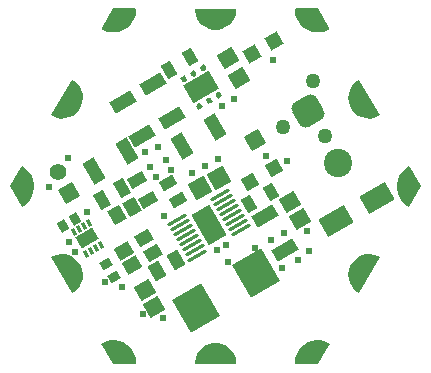
<source format=gbr>
G04*
G04 #@! TF.GenerationSoftware,Altium Limited,Altium Designer,25.8.1 (18)*
G04*
G04 Layer_Color=8388736*
%FSLAX44Y44*%
%MOMM*%
G71*
G04*
G04 #@! TF.SameCoordinates,2BA1844E-35A1-40AA-B719-48A9BFBC8ED3*
G04*
G04*
G04 #@! TF.FilePolarity,Negative*
G04*
G01*
G75*
G04:AMPARAMS|DCode=16|XSize=0.95mm|YSize=1.45mm|CornerRadius=0mm|HoleSize=0mm|Usage=FLASHONLY|Rotation=210.000|XOffset=0mm|YOffset=0mm|HoleType=Round|Shape=Rectangle|*
%AMROTATEDRECTD16*
4,1,4,0.0489,0.8654,0.7739,-0.3904,-0.0489,-0.8654,-0.7739,0.3904,0.0489,0.8654,0.0*
%
%ADD16ROTATEDRECTD16*%

%ADD17C,0.4050*%
G04:AMPARAMS|DCode=18|XSize=0.9mm|YSize=1.3mm|CornerRadius=0mm|HoleSize=0mm|Usage=FLASHONLY|Rotation=30.000|XOffset=0mm|YOffset=0mm|HoleType=Round|Shape=Rectangle|*
%AMROTATEDRECTD18*
4,1,4,-0.0647,-0.7879,-0.7147,0.3379,0.0647,0.7879,0.7147,-0.3379,-0.0647,-0.7879,0.0*
%
%ADD18ROTATEDRECTD18*%

G04:AMPARAMS|DCode=19|XSize=0.3mm|YSize=1.89mm|CornerRadius=0mm|HoleSize=0mm|Usage=FLASHONLY|Rotation=120.000|XOffset=0mm|YOffset=0mm|HoleType=Round|Shape=Round|*
%AMOVALD19*
21,1,1.5900,0.3000,0.0000,0.0000,210.0*
1,1,0.3000,0.6885,0.3975*
1,1,0.3000,-0.6885,-0.3975*
%
%ADD19OVALD19*%

G04:AMPARAMS|DCode=20|XSize=1.1mm|YSize=2.05mm|CornerRadius=0mm|HoleSize=0mm|Usage=FLASHONLY|Rotation=300.000|XOffset=0mm|YOffset=0mm|HoleType=Round|Shape=Rectangle|*
%AMROTATEDRECTD20*
4,1,4,-1.1627,-0.0362,0.6127,0.9888,1.1627,0.0362,-0.6127,-0.9888,-1.1627,-0.0362,0.0*
%
%ADD20ROTATEDRECTD20*%

G04:AMPARAMS|DCode=21|XSize=1.1mm|YSize=2.05mm|CornerRadius=0mm|HoleSize=0mm|Usage=FLASHONLY|Rotation=30.000|XOffset=0mm|YOffset=0mm|HoleType=Round|Shape=Rectangle|*
%AMROTATEDRECTD21*
4,1,4,0.0362,-1.1627,-0.9888,0.6127,-0.0362,1.1627,0.9888,-0.6127,0.0362,-1.1627,0.0*
%
%ADD21ROTATEDRECTD21*%

G04:AMPARAMS|DCode=22|XSize=1.1544mm|YSize=1.3562mm|CornerRadius=0mm|HoleSize=0mm|Usage=FLASHONLY|Rotation=120.000|XOffset=0mm|YOffset=0mm|HoleType=Round|Shape=Rectangle|*
%AMROTATEDRECTD22*
4,1,4,0.8759,-0.1608,-0.2987,-0.8389,-0.8759,0.1608,0.2987,0.8389,0.8759,-0.1608,0.0*
%
%ADD22ROTATEDRECTD22*%

G04:AMPARAMS|DCode=23|XSize=1.35mm|YSize=1.15mm|CornerRadius=0mm|HoleSize=0mm|Usage=FLASHONLY|Rotation=300.000|XOffset=0mm|YOffset=0mm|HoleType=Round|Shape=Rectangle|*
%AMROTATEDRECTD23*
4,1,4,-0.8355,0.2971,0.1605,0.8721,0.8355,-0.2971,-0.1605,-0.8721,-0.8355,0.2971,0.0*
%
%ADD23ROTATEDRECTD23*%

G04:AMPARAMS|DCode=24|XSize=0.92mm|YSize=0.74mm|CornerRadius=0mm|HoleSize=0mm|Usage=FLASHONLY|Rotation=30.000|XOffset=0mm|YOffset=0mm|HoleType=Round|Shape=Rectangle|*
%AMROTATEDRECTD24*
4,1,4,-0.2134,-0.5504,-0.5834,0.0904,0.2134,0.5504,0.5834,-0.0904,-0.2134,-0.5504,0.0*
%
%ADD24ROTATEDRECTD24*%

G04:AMPARAMS|DCode=25|XSize=0.6mm|YSize=0.3mm|CornerRadius=0mm|HoleSize=0mm|Usage=FLASHONLY|Rotation=120.000|XOffset=0mm|YOffset=0mm|HoleType=Round|Shape=Rectangle|*
%AMROTATEDRECTD25*
4,1,4,0.2799,-0.1848,0.0201,-0.3348,-0.2799,0.1848,-0.0201,0.3348,0.2799,-0.1848,0.0*
%
%ADD25ROTATEDRECTD25*%

G04:AMPARAMS|DCode=26|XSize=0.95mm|YSize=1.45mm|CornerRadius=0mm|HoleSize=0mm|Usage=FLASHONLY|Rotation=120.000|XOffset=0mm|YOffset=0mm|HoleType=Round|Shape=Rectangle|*
%AMROTATEDRECTD26*
4,1,4,0.8654,-0.0489,-0.3904,-0.7739,-0.8654,0.0489,0.3904,0.7739,0.8654,-0.0489,0.0*
%
%ADD26ROTATEDRECTD26*%

G04:AMPARAMS|DCode=27|XSize=1.76mm|YSize=2.95mm|CornerRadius=0mm|HoleSize=0mm|Usage=FLASHONLY|Rotation=30.000|XOffset=0mm|YOffset=0mm|HoleType=Round|Shape=Rectangle|*
%AMROTATEDRECTD27*
4,1,4,-0.0246,-1.7174,-1.4996,0.8374,0.0246,1.7174,1.4996,-0.8374,-0.0246,-1.7174,0.0*
%
%ADD27ROTATEDRECTD27*%

G04:AMPARAMS|DCode=28|XSize=3.2mm|YSize=2.85mm|CornerRadius=0mm|HoleSize=0mm|Usage=FLASHONLY|Rotation=120.000|XOffset=0mm|YOffset=0mm|HoleType=Round|Shape=Rectangle|*
%AMROTATEDRECTD28*
4,1,4,2.0341,-0.6731,-0.4341,-2.0981,-2.0341,0.6731,0.4341,2.0981,2.0341,-0.6731,0.0*
%
%ADD28ROTATEDRECTD28*%

G04:AMPARAMS|DCode=29|XSize=1.45mm|YSize=1.05mm|CornerRadius=0mm|HoleSize=0mm|Usage=FLASHONLY|Rotation=120.000|XOffset=0mm|YOffset=0mm|HoleType=Round|Shape=Rectangle|*
%AMROTATEDRECTD29*
4,1,4,0.8172,-0.3654,-0.0922,-0.8904,-0.8172,0.3654,0.0922,0.8904,0.8172,-0.3654,0.0*
%
%ADD29ROTATEDRECTD29*%

G04:AMPARAMS|DCode=30|XSize=1.35mm|YSize=1.05mm|CornerRadius=0mm|HoleSize=0mm|Usage=FLASHONLY|Rotation=210.000|XOffset=0mm|YOffset=0mm|HoleType=Round|Shape=Rectangle|*
%AMROTATEDRECTD30*
4,1,4,0.3221,0.7922,0.8471,-0.1172,-0.3221,-0.7922,-0.8471,0.1172,0.3221,0.7922,0.0*
%
%ADD30ROTATEDRECTD30*%

%ADD31P,1.6971X4X255.0*%
%ADD32P,1.6264X4X75.0*%
%ADD33P,2.1920X4X165.0*%
G04:AMPARAMS|DCode=34|XSize=1.45mm|YSize=1.35mm|CornerRadius=0mm|HoleSize=0mm|Usage=FLASHONLY|Rotation=30.000|XOffset=0mm|YOffset=0mm|HoleType=Round|Shape=Rectangle|*
%AMROTATEDRECTD34*
4,1,4,-0.2904,-0.9471,-0.9654,0.2221,0.2904,0.9471,0.9654,-0.2221,-0.2904,-0.9471,0.0*
%
%ADD34ROTATEDRECTD34*%

G04:AMPARAMS|DCode=35|XSize=1.75mm|YSize=2.5mm|CornerRadius=0mm|HoleSize=0mm|Usage=FLASHONLY|Rotation=120.000|XOffset=0mm|YOffset=0mm|HoleType=Round|Shape=Rectangle|*
%AMROTATEDRECTD35*
4,1,4,1.5200,-0.1328,-0.6450,-1.3828,-1.5200,0.1328,0.6450,1.3828,1.5200,-0.1328,0.0*
%
%ADD35ROTATEDRECTD35*%

G04:AMPARAMS|DCode=36|XSize=0.9049mm|YSize=1.3082mm|CornerRadius=0mm|HoleSize=0mm|Usage=FLASHONLY|Rotation=120.000|XOffset=0mm|YOffset=0mm|HoleType=Round|Shape=Rectangle|*
%AMROTATEDRECTD36*
4,1,4,0.7927,-0.0648,-0.3403,-0.7189,-0.7927,0.0648,0.3403,0.7189,0.7927,-0.0648,0.0*
%
%ADD36ROTATEDRECTD36*%

G04:AMPARAMS|DCode=37|XSize=0.92mm|YSize=0.74mm|CornerRadius=0mm|HoleSize=0mm|Usage=FLASHONLY|Rotation=120.000|XOffset=0mm|YOffset=0mm|HoleType=Round|Shape=Rectangle|*
%AMROTATEDRECTD37*
4,1,4,0.5504,-0.2134,-0.0904,-0.5834,-0.5504,0.2134,0.0904,0.5834,0.5504,-0.2134,0.0*
%
%ADD37ROTATEDRECTD37*%

G04:AMPARAMS|DCode=38|XSize=1.65mm|YSize=1.1mm|CornerRadius=0mm|HoleSize=0mm|Usage=FLASHONLY|Rotation=210.000|XOffset=0mm|YOffset=0mm|HoleType=Round|Shape=Rectangle|*
%AMROTATEDRECTD38*
4,1,4,0.4395,0.8888,0.9895,-0.0638,-0.4395,-0.8888,-0.9895,0.0638,0.4395,0.8888,0.0*
%
%ADD38ROTATEDRECTD38*%

G04:AMPARAMS|DCode=39|XSize=1.7mm|YSize=2.5mm|CornerRadius=0mm|HoleSize=0mm|Usage=FLASHONLY|Rotation=300.000|XOffset=0mm|YOffset=0mm|HoleType=Round|Shape=Rectangle|*
%AMROTATEDRECTD39*
4,1,4,-1.5075,0.1111,0.6575,1.3611,1.5075,-0.1111,-0.6575,-1.3611,-1.5075,0.1111,0.0*
%
%ADD39ROTATEDRECTD39*%

%ADD40P,1.9757X4X255.0*%
G04:AMPARAMS|DCode=41|XSize=1.3546mm|YSize=1.4621mm|CornerRadius=0mm|HoleSize=0mm|Usage=FLASHONLY|Rotation=120.000|XOffset=0mm|YOffset=0mm|HoleType=Round|Shape=Rectangle|*
%AMROTATEDRECTD41*
4,1,4,0.9718,-0.2210,-0.2945,-0.9521,-0.9718,0.2210,0.2945,0.9521,0.9718,-0.2210,0.0*
%
%ADD41ROTATEDRECTD41*%

G04:AMPARAMS|DCode=42|XSize=1mm|YSize=1mm|CornerRadius=0.5mm|HoleSize=0mm|Usage=FLASHONLY|Rotation=300.000|XOffset=0mm|YOffset=0mm|HoleType=Round|Shape=RoundedRectangle|*
%AMROUNDEDRECTD42*
21,1,1.0000,0.0000,0,0,300.0*
21,1,0.0000,1.0000,0,0,300.0*
1,1,1.0000,0.0000,0.0000*
1,1,1.0000,0.0000,0.0000*
1,1,1.0000,0.0000,0.0000*
1,1,1.0000,0.0000,0.0000*
%
%ADD42ROUNDEDRECTD42*%
G04:AMPARAMS|DCode=43|XSize=1mm|YSize=1mm|CornerRadius=0.5mm|HoleSize=0mm|Usage=FLASHONLY|Rotation=180.000|XOffset=0mm|YOffset=0mm|HoleType=Round|Shape=RoundedRectangle|*
%AMROUNDEDRECTD43*
21,1,1.0000,0.0000,0,0,180.0*
21,1,0.0000,1.0000,0,0,180.0*
1,1,1.0000,0.0000,0.0000*
1,1,1.0000,0.0000,0.0000*
1,1,1.0000,0.0000,0.0000*
1,1,1.0000,0.0000,0.0000*
%
%ADD43ROUNDEDRECTD43*%
G04:AMPARAMS|DCode=44|XSize=1mm|YSize=1mm|CornerRadius=0.5mm|HoleSize=0mm|Usage=FLASHONLY|Rotation=240.000|XOffset=0mm|YOffset=0mm|HoleType=Round|Shape=RoundedRectangle|*
%AMROUNDEDRECTD44*
21,1,1.0000,0.0000,0,0,240.0*
21,1,0.0000,1.0000,0,0,240.0*
1,1,1.0000,0.0000,0.0000*
1,1,1.0000,0.0000,0.0000*
1,1,1.0000,0.0000,0.0000*
1,1,1.0000,0.0000,0.0000*
%
%ADD44ROUNDEDRECTD44*%
%ADD45C,1.3900*%
%ADD46P,1.9658X4X165.0*%
G04:AMPARAMS|DCode=47|XSize=2.4mm|YSize=2.4mm|CornerRadius=0.6mm|HoleSize=0mm|Usage=FLASHONLY|Rotation=300.000|XOffset=0mm|YOffset=0mm|HoleType=Round|Shape=RoundedRectangle|*
%AMROUNDEDRECTD47*
21,1,2.4000,1.2000,0,0,300.0*
21,1,1.2000,2.4000,0,0,300.0*
1,1,1.2000,-0.2196,-0.8196*
1,1,1.2000,-0.8196,0.2196*
1,1,1.2000,0.2196,0.8196*
1,1,1.2000,0.8196,-0.2196*
%
%ADD47ROUNDEDRECTD47*%
%ADD48C,2.4000*%
%ADD49C,0.6096*%
%ADD50C,1.2700*%
%ADD51C,0.5000*%
G36*
X17544Y148745D02*
X16945Y145287D01*
X15672Y142015D01*
X13774Y139062D01*
X11327Y136544D01*
X8429Y134563D01*
X5196Y133196D01*
X1755Y132499D01*
X-1755D01*
X-5196Y133196D01*
X-8429Y134563D01*
X-11327Y136544D01*
X-13774Y139062D01*
X-15672Y142015D01*
X-16945Y145287D01*
X-17544Y148745D01*
X-17493Y150500D01*
X17493D01*
X17544Y148745D01*
D02*
G37*
G36*
X86890Y150530D02*
X96320Y134242D01*
X96269Y134211D01*
X96781Y133322D01*
X96738Y133295D01*
X96781Y133221D01*
X96781D01*
X95288Y132310D01*
X92025Y131047D01*
X88590Y130385D01*
X85091Y130344D01*
X81642Y130926D01*
X78350Y132112D01*
X75323Y133865D01*
X72655Y136128D01*
X70432Y138830D01*
X68725Y141884D01*
X67589Y145193D01*
X67059Y148651D01*
X67061Y148737D01*
X67059Y148751D01*
X67106Y150500D01*
X68068D01*
X68069Y150553D01*
Y150553D01*
X86890Y150530D01*
D02*
G37*
G36*
X-68068Y150500D02*
X-67106D01*
X-67059Y148751D01*
X-67062Y148736D01*
X-67059Y148651D01*
X-67589Y145193D01*
X-68726Y141884D01*
X-70432Y138830D01*
X-72655Y136128D01*
X-75323Y133865D01*
X-78351Y132112D01*
X-81642Y130926D01*
X-85092Y130344D01*
X-88590Y130385D01*
X-92025Y131047D01*
X-95288Y132310D01*
X-96781Y133221D01*
X-96739Y133295D01*
X-96781Y133322D01*
X-96269Y134211D01*
X-96320Y134242D01*
Y134242D01*
X-86890Y150530D01*
X-68069Y150553D01*
X-68068Y150500D01*
D02*
G37*
G36*
X-8229Y100937D02*
X-8005Y100549D01*
X-7888Y99662D01*
X-8120Y98797D01*
X-8665Y98087D01*
X-9052Y97863D01*
X-9440Y97640D01*
X-10327Y97523D01*
X-11192Y97754D01*
X-11902Y98299D01*
X-12126Y98687D01*
Y98687D01*
X-13501Y101068D01*
X-9604Y103318D01*
X-8229Y100937D01*
D02*
G37*
G36*
X-16456Y96187D02*
X-16232Y95799D01*
X-16115Y94912D01*
X-16347Y94047D01*
X-16892Y93337D01*
X-17279Y93113D01*
X-17667Y92889D01*
X-18555Y92773D01*
X-19419Y93004D01*
X-20129Y93549D01*
X-20353Y93937D01*
Y93937D01*
X-21728Y96318D01*
X-17831Y98568D01*
X-16456Y96187D01*
D02*
G37*
G36*
X-24683Y91437D02*
X-24460Y91049D01*
X-24343Y90162D01*
X-24574Y89297D01*
X-25119Y88587D01*
X-25507Y88363D01*
X-25894Y88139D01*
X-26782Y88023D01*
X-27647Y88254D01*
X-28357Y88799D01*
X-28580Y89187D01*
X-28580Y89187D01*
X-29955Y91568D01*
X-26058Y93818D01*
X-24683Y91437D01*
D02*
G37*
G36*
X3587Y79786D02*
X4297Y79241D01*
X4521Y78853D01*
X4521D01*
X5896Y76472D01*
X1999Y74222D01*
X624Y76603D01*
X400Y76991D01*
X283Y77878D01*
X515Y78743D01*
X1060Y79453D01*
X1448Y79677D01*
X1835Y79900D01*
X2723Y80017D01*
X3587Y79786D01*
D02*
G37*
G36*
X-4640Y75036D02*
X-3930Y74491D01*
X-3706Y74103D01*
Y74103D01*
X-2331Y71722D01*
X-6228Y69472D01*
X-7603Y71853D01*
X-7827Y72241D01*
X-7944Y73128D01*
X-7712Y73993D01*
X-7167Y74703D01*
X-6780Y74927D01*
X-6392Y75150D01*
X-5505Y75267D01*
X-4640Y75036D01*
D02*
G37*
G36*
X-12867Y70286D02*
X-12157Y69741D01*
X-11933Y69353D01*
Y69353D01*
X-10558Y66972D01*
X-14455Y64722D01*
X-15830Y67103D01*
X-16054Y67491D01*
X-16171Y68378D01*
X-15939Y69243D01*
X-15394Y69953D01*
X-15007Y70177D01*
X-14619Y70401D01*
X-13732Y70517D01*
X-12867Y70286D01*
D02*
G37*
G36*
X139080Y60123D02*
X139037Y60097D01*
X139079Y60023D01*
X137587Y59102D01*
X134297Y57890D01*
X130831Y57355D01*
X127328Y57520D01*
X123928Y58377D01*
X120765Y59892D01*
X117967Y62004D01*
X115644Y64631D01*
X113888Y67667D01*
X112771Y70991D01*
X112336Y74470D01*
X112340Y74534D01*
X112336Y74570D01*
X112600Y78067D01*
X113554Y81442D01*
X115159Y84559D01*
X117351Y87296D01*
X120043Y89544D01*
X121586Y90378D01*
X139080Y60123D01*
D02*
G37*
G36*
X-120043Y89544D02*
X-117351Y87296D01*
X-115159Y84559D01*
X-113554Y81442D01*
X-112600Y78067D01*
X-112336Y74570D01*
X-112341Y74532D01*
X-112336Y74470D01*
X-112771Y70991D01*
X-113889Y67667D01*
X-115644Y64631D01*
X-117967Y62004D01*
X-120766Y59892D01*
X-123928Y58377D01*
X-127329Y57520D01*
X-130831Y57355D01*
X-134297Y57890D01*
X-137588Y59102D01*
X-139080Y60023D01*
X-139037Y60097D01*
X-139080Y60123D01*
X-139080D01*
X-121586Y90378D01*
X-120043Y89544D01*
D02*
G37*
G36*
X-162348Y16241D02*
X-159615Y14045D01*
X-157316Y11399D01*
X-155525Y8386D01*
X-154298Y5102D01*
X-153674Y1653D01*
Y-1853D01*
X-154298Y-5303D01*
X-155525Y-8586D01*
X-157316Y-11599D01*
X-159615Y-14246D01*
X-162348Y-16441D01*
X-163888Y-17278D01*
X-173778Y-100D01*
X-173749Y-50D01*
X-173778Y0D01*
X-164387Y16310D01*
X-164343Y16287D01*
X-163888Y17078D01*
X-162348Y16241D01*
D02*
G37*
G36*
X164343Y16287D02*
X164387Y16310D01*
X164387D01*
X173778Y0D01*
X173748Y-50D01*
X173777Y-100D01*
X163887Y-17278D01*
X162347Y-16441D01*
X159614Y-14246D01*
X157316Y-11599D01*
X155524Y-8586D01*
X154297Y-5303D01*
X153674Y-1853D01*
Y1653D01*
X154297Y5102D01*
X155524Y8386D01*
X157316Y11399D01*
X159614Y14045D01*
X162347Y16241D01*
X163887Y17078D01*
X163887D01*
X164343Y16287D01*
D02*
G37*
G36*
X-127329Y-57620D02*
X-123928Y-58477D01*
X-120766Y-59992D01*
X-117967Y-62105D01*
X-115644Y-64731D01*
X-113888Y-67767D01*
X-112771Y-71091D01*
X-112336Y-74571D01*
X-112340Y-74634D01*
X-112336Y-74671D01*
X-112600Y-78168D01*
X-113554Y-81542D01*
X-115159Y-84660D01*
X-117351Y-87397D01*
X-120043Y-89644D01*
X-121586Y-90478D01*
X-121586Y-90478D01*
X-139080Y-60223D01*
X-139037Y-60197D01*
X-139080Y-60123D01*
X-139080Y-60123D01*
X-139080Y-60123D01*
D01*
X-137587Y-59202D01*
X-134297Y-57990D01*
X-130831Y-57456D01*
X-127329Y-57620D01*
D02*
G37*
G36*
X139079Y-60223D02*
D01*
Y-60223D01*
Y-60223D01*
D02*
G37*
G36*
X134297Y-57990D02*
X137587Y-59202D01*
X139080Y-60123D01*
X139037Y-60197D01*
X139079Y-60223D01*
X121585Y-90478D01*
X120043Y-89644D01*
X117351Y-87397D01*
X115159Y-84660D01*
X113554Y-81542D01*
X112600Y-78168D01*
X112336Y-74671D01*
X112340Y-74632D01*
X112336Y-74571D01*
X112771Y-71091D01*
X113888Y-67767D01*
X115644Y-64731D01*
X117967Y-62105D01*
X120765Y-59992D01*
X123928Y-58477D01*
X127328Y-57620D01*
X130831Y-57456D01*
X134297Y-57990D01*
D02*
G37*
G36*
X-81642Y-131026D02*
X-78351Y-132213D01*
X-75323Y-133965D01*
X-72655Y-136229D01*
X-70432Y-138930D01*
X-68726Y-141984D01*
X-67589Y-145293D01*
X-67059Y-148751D01*
X-67106Y-150500D01*
X-68068D01*
X-68069Y-150553D01*
X-86890Y-150530D01*
X-96320Y-134242D01*
X-96269Y-134211D01*
X-96781Y-133322D01*
D01*
Y-133322D01*
Y-133322D01*
X-95288Y-132410D01*
X-92025Y-131147D01*
X-88590Y-130485D01*
X-85092Y-130444D01*
X-81642Y-131026D01*
D02*
G37*
G36*
X5196Y-133196D02*
X8429Y-134563D01*
X11327Y-136544D01*
X13774Y-139062D01*
X15672Y-142015D01*
X16945Y-145287D01*
X17544Y-148746D01*
X17493Y-150500D01*
X-17493D01*
X-17544Y-148746D01*
X-16945Y-145287D01*
X-15672Y-142015D01*
X-13774Y-139062D01*
X-11327Y-136544D01*
X-8429Y-134563D01*
X-5196Y-133196D01*
X-1755Y-132499D01*
X1755D01*
X5196Y-133196D01*
D02*
G37*
G36*
X88590Y-130485D02*
X92025Y-131147D01*
X95288Y-132410D01*
X96781Y-133322D01*
X96781Y-133322D01*
X96269Y-134211D01*
X96320Y-134242D01*
X86890Y-150530D01*
X68069Y-150553D01*
X68068Y-150500D01*
X67106D01*
X67059Y-148751D01*
X67589Y-145293D01*
X68726Y-141984D01*
X70432Y-138930D01*
X72655Y-136229D01*
X75323Y-133965D01*
X78351Y-132213D01*
X81642Y-131026D01*
X85092Y-130444D01*
X88590Y-130485D01*
D02*
G37*
D16*
X-78840Y-1503D02*
D03*
X-95727Y-11253D02*
D03*
D17*
X-26864Y90714D02*
D03*
X2805Y77326D02*
D03*
X-13757Y68012D02*
D03*
X-5422Y72576D02*
D03*
X-10302Y100028D02*
D03*
X-18637Y95464D02*
D03*
D18*
X-39785Y98595D02*
D03*
X46917Y-4819D02*
D03*
X-21599Y109095D02*
D03*
X28730Y-15319D02*
D03*
D19*
X-27765Y-36967D02*
D03*
X-32765Y-28307D02*
D03*
X4041Y-7057D02*
D03*
X-30265Y-32637D02*
D03*
X-25265Y-41297D02*
D03*
X-22765Y-45627D02*
D03*
X-20265Y-49958D02*
D03*
X-17765Y-54288D02*
D03*
X-15265Y-58618D02*
D03*
X6541Y-11387D02*
D03*
X9041Y-15717D02*
D03*
X11541Y-20047D02*
D03*
X14041Y-24377D02*
D03*
X16541Y-28708D02*
D03*
X19041Y-33038D02*
D03*
X21541Y-37368D02*
D03*
D20*
X-53157Y86256D02*
D03*
X-78705Y71505D02*
D03*
X58609Y-54072D02*
D03*
X-36657Y57677D02*
D03*
X-62205Y42927D02*
D03*
X42109Y-25493D02*
D03*
D21*
X-103189Y13340D02*
D03*
X-28767Y33914D02*
D03*
X-74611Y29840D02*
D03*
X-189Y50414D02*
D03*
D22*
X-77879Y-54587D02*
D03*
X-71120Y-66294D02*
D03*
D23*
X-83513Y-24409D02*
D03*
X-70956Y-17159D02*
D03*
D24*
X-92508Y-66005D02*
D03*
X-86308Y-76743D02*
D03*
D25*
X-107188Y-31242D02*
D03*
X-109678Y-56929D02*
D03*
X-105348Y-54429D02*
D03*
X-101018Y-51929D02*
D03*
X-96688Y-49429D02*
D03*
X-111518Y-33742D02*
D03*
X-115848Y-36242D02*
D03*
X-120178Y-38742D02*
D03*
D26*
X-66715Y5497D02*
D03*
X-56965Y-11391D02*
D03*
D27*
X-5612Y-32837D02*
D03*
D28*
X-16912Y-103142D02*
D03*
X34184Y-73642D02*
D03*
D29*
X-33170Y-62605D02*
D03*
X-49192Y-71855D02*
D03*
D30*
X-53136Y-56523D02*
D03*
X-60386Y-43965D02*
D03*
D31*
X49479Y122598D02*
D03*
X31293Y112098D02*
D03*
D32*
X49292Y15527D02*
D03*
X28940Y3777D02*
D03*
D33*
X2612Y7418D02*
D03*
X-13409Y-1832D02*
D03*
D34*
X71269Y-27999D02*
D03*
X-51755Y-102395D02*
D03*
X63019Y-13709D02*
D03*
X-60005Y-88105D02*
D03*
D35*
X-12030Y84020D02*
D03*
D36*
X-39817Y2362D02*
D03*
X-31811Y-11506D02*
D03*
D37*
X-118801Y-27582D02*
D03*
X-129540Y-33782D02*
D03*
D38*
X-108433Y-44085D02*
D03*
D39*
X101679Y-29500D02*
D03*
X136320Y-9500D02*
D03*
D40*
X33274Y38862D02*
D03*
D41*
X20221Y91661D02*
D03*
X10463Y108562D02*
D03*
D42*
X82601Y-143101D02*
D03*
X-82601Y143101D02*
D03*
D43*
X-165199Y0D02*
D03*
X165199D02*
D03*
D44*
X-82601Y-143101D02*
D03*
X82601Y143101D02*
D03*
D45*
X-133698Y11987D02*
D03*
D46*
X-123698Y-5334D02*
D03*
D47*
X78019Y63997D02*
D03*
D48*
X103419Y20003D02*
D03*
D49*
X-59690Y28956D02*
D03*
X-37592Y13970D02*
D03*
X48514Y107188D02*
D03*
X-79248Y-85090D02*
D03*
X-61468Y-108204D02*
D03*
X16002Y73660D02*
D03*
X5842Y68072D02*
D03*
X42926Y25908D02*
D03*
X60706Y21336D02*
D03*
X2286Y22860D02*
D03*
X-8890Y16764D02*
D03*
X-50292Y7874D02*
D03*
X-41656Y22606D02*
D03*
X-55372Y16256D02*
D03*
X-48514Y33274D02*
D03*
X-124968Y23622D02*
D03*
X-141224Y-254D02*
D03*
X-108677Y-21538D02*
D03*
X-118618Y-55372D02*
D03*
X-123698Y-47244D02*
D03*
X-93980Y-81026D02*
D03*
X39624Y-63500D02*
D03*
X44958Y-73914D02*
D03*
X33274Y-80518D02*
D03*
X27686Y-68834D02*
D03*
X78994Y-54864D02*
D03*
X46736Y-45466D02*
D03*
X77470Y-38100D02*
D03*
X33782Y-52070D02*
D03*
X70104Y-62484D02*
D03*
X56642Y-69088D02*
D03*
X58166Y-39878D02*
D03*
X10160Y-63754D02*
D03*
X8890Y-49530D02*
D03*
X1016Y-53594D02*
D03*
X-44196Y-111506D02*
D03*
X-20066Y11176D02*
D03*
X-43942Y-25146D02*
D03*
D50*
X82550Y88900D02*
D03*
X92710Y42418D02*
D03*
X57404Y49784D02*
D03*
D51*
X4651Y-39614D02*
D03*
X-4875Y-45114D02*
D03*
X-849Y-30087D02*
D03*
X-10375Y-35587D02*
D03*
X-6349Y-20561D02*
D03*
X-15875Y-26061D02*
D03*
M02*

</source>
